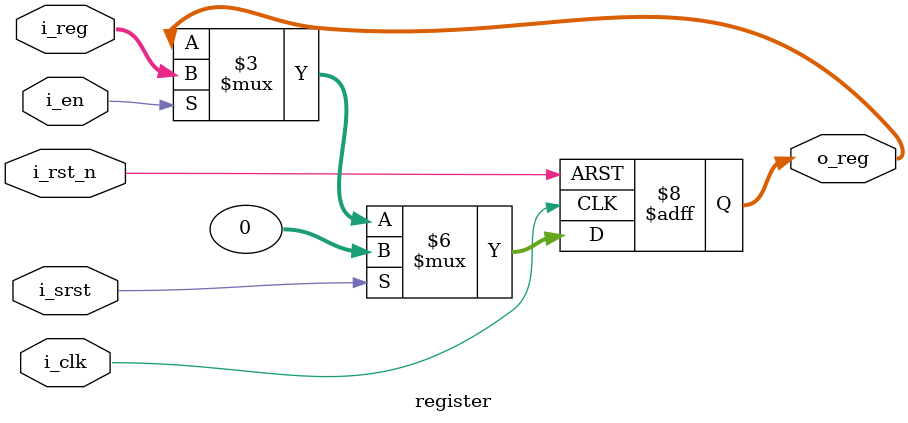
<source format=v>
module register(i_clk, i_rst_n, i_srst, i_en, i_reg, o_reg);
parameter REG_DATA_WIDTH=32;

input               i_clk, i_en, i_srst, i_rst_n;
input       [REG_DATA_WIDTH-1:0]  i_reg;
output  reg [REG_DATA_WIDTH-1:0]  o_reg;


always @(posedge i_clk, negedge i_rst_n) begin
	if (!i_rst_n)
		o_reg <= 0;
	else
		if (i_srst)
			o_reg <= 0;
		else if (i_en)
			o_reg <= i_reg;
end
   
endmodule

</source>
